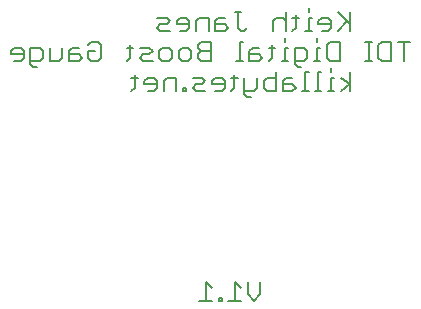
<source format=gbo>
G75*
G70*
%OFA0B0*%
%FSLAX24Y24*%
%IPPOS*%
%LPD*%
%AMOC8*
5,1,8,0,0,1.08239X$1,22.5*
%
%ADD10C,0.0060*%
D10*
X013834Y000373D02*
X014261Y000373D01*
X014048Y000373D02*
X014048Y001013D01*
X014261Y000800D01*
X015015Y001013D02*
X015015Y000373D01*
X015228Y000373D02*
X014801Y000373D01*
X014584Y000373D02*
X014584Y000479D01*
X014477Y000479D01*
X014477Y000373D01*
X014584Y000373D01*
X015446Y000586D02*
X015446Y001013D01*
X015873Y001013D02*
X015873Y000586D01*
X015659Y000373D01*
X015446Y000586D01*
X015228Y000800D02*
X015015Y001013D01*
X015437Y007159D02*
X015544Y007159D01*
X015437Y007159D02*
X015330Y007266D01*
X015330Y007800D01*
X015113Y007800D02*
X014899Y007800D01*
X015006Y007906D02*
X015006Y007479D01*
X014899Y007373D01*
X014683Y007479D02*
X014683Y007693D01*
X014577Y007800D01*
X014363Y007800D01*
X014256Y007693D01*
X014256Y007586D01*
X014683Y007586D01*
X014683Y007479D02*
X014577Y007373D01*
X014363Y007373D01*
X014039Y007373D02*
X013719Y007373D01*
X013612Y007479D01*
X013719Y007586D01*
X013932Y007586D01*
X014039Y007693D01*
X013932Y007800D01*
X013612Y007800D01*
X013072Y007800D02*
X012752Y007800D01*
X012645Y007693D01*
X012645Y007373D01*
X012427Y007479D02*
X012427Y007693D01*
X012321Y007800D01*
X012107Y007800D01*
X012000Y007693D01*
X012000Y007586D01*
X012427Y007586D01*
X012427Y007479D02*
X012321Y007373D01*
X012107Y007373D01*
X011676Y007479D02*
X011569Y007373D01*
X011676Y007479D02*
X011676Y007906D01*
X011783Y007800D02*
X011569Y007800D01*
X011421Y008373D02*
X011528Y008479D01*
X011528Y008906D01*
X011634Y008800D02*
X011421Y008800D01*
X011852Y008800D02*
X012172Y008800D01*
X012279Y008693D01*
X012172Y008586D01*
X011959Y008586D01*
X011852Y008479D01*
X011959Y008373D01*
X012279Y008373D01*
X012496Y008479D02*
X012496Y008693D01*
X012603Y008800D01*
X012817Y008800D01*
X012924Y008693D01*
X012924Y008479D01*
X012817Y008373D01*
X012603Y008373D01*
X012496Y008479D01*
X013141Y008479D02*
X013248Y008373D01*
X013461Y008373D01*
X013568Y008479D01*
X013568Y008693D01*
X013461Y008800D01*
X013248Y008800D01*
X013141Y008693D01*
X013141Y008479D01*
X013786Y008479D02*
X013892Y008373D01*
X014213Y008373D01*
X014213Y009013D01*
X013892Y009013D01*
X013786Y008906D01*
X013786Y008800D01*
X013892Y008693D01*
X014213Y008693D01*
X013892Y008693D02*
X013786Y008586D01*
X013786Y008479D01*
X015073Y008373D02*
X015287Y008373D01*
X015180Y008373D02*
X015180Y009013D01*
X015287Y009013D01*
X015504Y008693D02*
X015611Y008800D01*
X015825Y008800D01*
X016147Y008800D02*
X016361Y008800D01*
X016254Y008906D02*
X016254Y008479D01*
X016147Y008373D01*
X015931Y008479D02*
X015825Y008586D01*
X015504Y008586D01*
X015504Y008693D02*
X015504Y008373D01*
X015825Y008373D01*
X015931Y008479D01*
X016577Y008373D02*
X016791Y008373D01*
X016684Y008373D02*
X016684Y008800D01*
X016791Y008800D01*
X017008Y008800D02*
X017328Y008800D01*
X017435Y008693D01*
X017435Y008479D01*
X017328Y008373D01*
X017008Y008373D01*
X017008Y008266D02*
X017008Y008800D01*
X016684Y009013D02*
X016684Y009120D01*
X016724Y009373D02*
X016724Y010013D01*
X017047Y009906D02*
X017047Y009479D01*
X016940Y009373D01*
X017370Y009373D02*
X017584Y009373D01*
X017477Y009373D02*
X017477Y009800D01*
X017584Y009800D01*
X017801Y009693D02*
X017801Y009586D01*
X018228Y009586D01*
X018228Y009479D02*
X018228Y009693D01*
X018121Y009800D01*
X017908Y009800D01*
X017801Y009693D01*
X018121Y009373D02*
X018228Y009479D01*
X018121Y009373D02*
X017908Y009373D01*
X017758Y009120D02*
X017758Y009013D01*
X017758Y008800D02*
X017758Y008373D01*
X017865Y008373D02*
X017651Y008373D01*
X018082Y008479D02*
X018189Y008373D01*
X018509Y008373D01*
X018509Y009013D01*
X018189Y009013D01*
X018082Y008906D01*
X018082Y008479D01*
X017865Y008800D02*
X017758Y008800D01*
X018446Y009373D02*
X018766Y009693D01*
X018873Y009586D02*
X018446Y010013D01*
X018873Y010013D02*
X018873Y009373D01*
X019370Y009013D02*
X019584Y009013D01*
X019477Y009013D02*
X019477Y008373D01*
X019584Y008373D02*
X019370Y008373D01*
X019801Y008479D02*
X019908Y008373D01*
X020228Y008373D01*
X020228Y009013D01*
X019908Y009013D01*
X019801Y008906D01*
X019801Y008479D01*
X020659Y008373D02*
X020659Y009013D01*
X020446Y009013D02*
X020873Y009013D01*
X018873Y008013D02*
X018873Y007373D01*
X018873Y007586D02*
X018552Y007373D01*
X018336Y007373D02*
X018122Y007373D01*
X018229Y007373D02*
X018229Y007800D01*
X018336Y007800D01*
X018552Y007800D02*
X018873Y007586D01*
X017906Y007373D02*
X017692Y007373D01*
X017799Y007373D02*
X017799Y008013D01*
X017906Y008013D01*
X018229Y008013D02*
X018229Y008120D01*
X017476Y008013D02*
X017369Y008013D01*
X017369Y007373D01*
X017263Y007373D02*
X017476Y007373D01*
X017047Y007479D02*
X016940Y007586D01*
X016620Y007586D01*
X016620Y007693D02*
X016620Y007373D01*
X016940Y007373D01*
X017047Y007479D01*
X016726Y007800D02*
X016620Y007693D01*
X016726Y007800D02*
X016940Y007800D01*
X016402Y007800D02*
X016082Y007800D01*
X015975Y007693D01*
X015975Y007479D01*
X016082Y007373D01*
X016402Y007373D01*
X016402Y008013D01*
X015757Y007800D02*
X015757Y007479D01*
X015651Y007373D01*
X015330Y007373D01*
X017008Y008266D02*
X017115Y008159D01*
X017222Y008159D01*
X016297Y009373D02*
X016297Y009693D01*
X016404Y009800D01*
X016618Y009800D01*
X016724Y009693D01*
X016940Y009800D02*
X017154Y009800D01*
X017477Y010013D02*
X017477Y010120D01*
X015435Y009479D02*
X015328Y009373D01*
X015222Y009373D01*
X015115Y009479D01*
X015115Y010013D01*
X015222Y010013D02*
X015008Y010013D01*
X014684Y009800D02*
X014470Y009800D01*
X014364Y009693D01*
X014364Y009373D01*
X014684Y009373D01*
X014791Y009479D01*
X014684Y009586D01*
X014364Y009586D01*
X014146Y009373D02*
X014146Y009800D01*
X013826Y009800D01*
X013719Y009693D01*
X013719Y009373D01*
X013502Y009479D02*
X013502Y009693D01*
X013395Y009800D01*
X013181Y009800D01*
X013075Y009693D01*
X013075Y009586D01*
X013502Y009586D01*
X013502Y009479D02*
X013395Y009373D01*
X013181Y009373D01*
X012857Y009373D02*
X012537Y009373D01*
X012430Y009479D01*
X012537Y009586D01*
X012750Y009586D01*
X012857Y009693D01*
X012750Y009800D01*
X012430Y009800D01*
X010560Y008906D02*
X010454Y009013D01*
X010240Y009013D01*
X010133Y008906D01*
X010560Y008906D02*
X010560Y008479D01*
X010454Y008373D01*
X010240Y008373D01*
X010133Y008479D01*
X010133Y008693D01*
X010347Y008693D01*
X009916Y008479D02*
X009809Y008586D01*
X009489Y008586D01*
X009489Y008693D02*
X009489Y008373D01*
X009809Y008373D01*
X009916Y008479D01*
X009595Y008800D02*
X009489Y008693D01*
X009595Y008800D02*
X009809Y008800D01*
X009271Y008800D02*
X009271Y008479D01*
X009164Y008373D01*
X008844Y008373D01*
X008844Y008800D01*
X008627Y008693D02*
X008627Y008479D01*
X008520Y008373D01*
X008200Y008373D01*
X008200Y008266D02*
X008200Y008800D01*
X008520Y008800D01*
X008627Y008693D01*
X007982Y008693D02*
X007982Y008479D01*
X007875Y008373D01*
X007662Y008373D01*
X007555Y008586D02*
X007982Y008586D01*
X007982Y008693D02*
X007875Y008800D01*
X007662Y008800D01*
X007555Y008693D01*
X007555Y008586D01*
X008200Y008266D02*
X008306Y008159D01*
X008413Y008159D01*
X013072Y007800D02*
X013072Y007373D01*
X013287Y007373D02*
X013287Y007479D01*
X013394Y007479D01*
X013394Y007373D01*
X013287Y007373D01*
M02*

</source>
